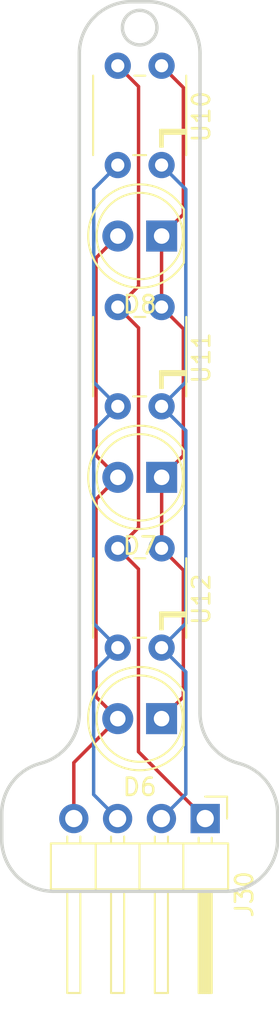
<source format=kicad_pcb>
(kicad_pcb (version 20221018) (generator pcbnew)
  (layers (0 "F.Cu" signal) (31 "B.Cu" signal) (34 "B.Paste" user) (35 "F.Paste" user) (36 "B.SilkS" user "B.Silkscreen") (37 "F.SilkS" user "F.Silkscreen") (38 "B.Mask" user) (39 "F.Mask" user) (44 "Edge.Cuts" user))
  (net 0 "")
  (net 1 "K2(-)")
  (net 2 "LED2")
  (net 3 "+5V")
  (net 4 "GND")
  (net 5 "D6")
  (footprint "LED_THT:LED_D5.0mm_Clear" (layer "F.Cu") (at 153.675 88.265 180)
    (fp_text reference "D8" (at 1.27 -3.96) (layer "F.SilkS"))
    (fp_text value "LED")
    (fp_line (start -1.29 -1.545) (end -1.29 1.545) (stroke (width 0.12)) (layer "F.SilkS"))
    (fp_arc (start -1.29 -1.54483) (mid 2.072002 -2.880433) (end 4.26 0.000462) (stroke (width 0.12)) (layer "F.SilkS"))
    (fp_arc (start 4.26 -0.000462) (mid 2.072002 2.880433) (end -1.29 1.54483) (stroke (width 0.12)) (layer "F.SilkS"))
    (fp_circle (center 1.27 0) (end 3.77 0) (stroke (width 0.12)) (fill none) (layer "F.SilkS"))
    (pad "1" thru_hole rect (at 0 0 180) (size 1.8 1.8) (drill 0.9) (layers "*.Cu" "*.Mask") (net 1 "K2(-)"))
    (pad "2" thru_hole circle (at 2.54 0 180) (size 1.8 1.8) (drill 0.9) (layers "*.Cu" "*.Mask") (net 2 "LED2"))
  )
  (footprint "LED_THT:LED_D5.0mm_Clear" (layer "F.Cu") (at 153.67 116.205 180)
    (fp_text reference "D6" (at 1.27 -3.96) (layer "F.SilkS"))
    (fp_text value "LED")
    (fp_line (start -1.29 -1.545) (end -1.29 1.545) (stroke (width 0.12)) (layer "F.SilkS"))
    (fp_arc (start -1.29 -1.54483) (mid 2.072002 -2.880433) (end 4.26 0.000462) (stroke (width 0.12)) (layer "F.SilkS"))
    (fp_arc (start 4.26 -0.000462) (mid 2.072002 2.880433) (end -1.29 1.54483) (stroke (width 0.12)) (layer "F.SilkS"))
    (fp_circle (center 1.27 0) (end 3.77 0) (stroke (width 0.12)) (fill none) (layer "F.SilkS"))
    (pad "1" thru_hole rect (at 0 0 180) (size 1.8 1.8) (drill 0.9) (layers "*.Cu" "*.Mask") (net 1 "K2(-)"))
    (pad "2" thru_hole circle (at 2.54 0 180) (size 1.8 1.8) (drill 0.9) (layers "*.Cu" "*.Mask") (net 2 "LED2"))
  )
  (footprint "LED_THT:LED_D5.0mm_Clear" (layer "F.Cu") (at 153.675 102.235 180)
    (fp_text reference "D7" (at 1.27 -3.96) (layer "F.SilkS"))
    (fp_text value "LED")
    (fp_line (start -1.29 -1.545) (end -1.29 1.545) (stroke (width 0.12)) (layer "F.SilkS"))
    (fp_arc (start -1.29 -1.54483) (mid 2.072002 -2.880433) (end 4.26 0.000462) (stroke (width 0.12)) (layer "F.SilkS"))
    (fp_arc (start 4.26 -0.000462) (mid 2.072002 2.880433) (end -1.29 1.54483) (stroke (width 0.12)) (layer "F.SilkS"))
    (fp_circle (center 1.27 0) (end 3.77 0) (stroke (width 0.12)) (fill none) (layer "F.SilkS"))
    (pad "1" thru_hole rect (at 0 0 180) (size 1.8 1.8) (drill 0.9) (layers "*.Cu" "*.Mask") (net 1 "K2(-)"))
    (pad "2" thru_hole circle (at 2.54 0 180) (size 1.8 1.8) (drill 0.9) (layers "*.Cu" "*.Mask") (net 2 "LED2"))
  )
  (footprint "_Others:S4282-51" (layer "F.Cu") (at 152.4 109.22 -90)
    (fp_text reference "U12" (at 0.075 -3.575 90) (layer "F.SilkS"))
    (fp_text value "Line_sennsor")
    (fp_line (start -2.3 -0.325) (end -2.3 0.3) (stroke (width 0.12)) (layer "F.SilkS"))
    (fp_line (start -2.3 2.7) (end 2.3 2.7) (stroke (width 0.12)) (layer "F.SilkS"))
    (fp_line (start 0 -2.7) (end -2.3 -2.7) (stroke (width 0.12)) (layer "F.SilkS"))
    (fp_line (start 2.3 -2.7) (end 0 -2.7) (stroke (width 0.12)) (layer "F.SilkS"))
    (fp_line (start 2.3 -0.375) (end 2.3 0.375) (stroke (width 0.12)) (layer "F.SilkS"))
    (fp_poly (pts (xy 1.075 -1.175) (xy 0.825 -1.175) (xy 0.825 -2.7) (xy 1.075 -2.7)) (stroke (width 0.1)) (fill solid) (layer "F.SilkS"))
    (fp_poly (pts (xy 1.825 -1.175) (xy 0.825 -1.175) (xy 0.825 -1.35) (xy 1.825 -1.35)) (stroke (width 0.1)) (fill solid) (layer "F.SilkS"))
    (pad "1" thru_hole circle (at -2.875 -1.27 270) (size 1.524 1.524) (drill 0.762) (layers "*.Cu" "*.Mask") (net 1 "K2(-)"))
    (pad "2" thru_hole circle (at -2.875 1.27 270) (size 1.524 1.524) (drill 0.762) (layers "*.Cu" "*.Mask") (net 3 "+5V"))
    (pad "3" thru_hole circle (at 2.875 1.27 270) (size 1.524 1.524) (drill 0.762) (layers "*.Cu" "*.Mask") (net 5 "D6"))
    (pad "4" thru_hole circle (at 2.875 -1.27 270) (size 1.524 1.524) (drill 0.762) (layers "*.Cu" "*.Mask") (net 4 "GND"))
  )
  (footprint "_Others:S4282-51" (layer "F.Cu") (at 152.4 95.25 -90)
    (fp_text reference "U11" (at 0.075 -3.575 90) (layer "F.SilkS"))
    (fp_text value "Line_sennsor")
    (fp_line (start -2.3 -0.325) (end -2.3 0.3) (stroke (width 0.12)) (layer "F.SilkS"))
    (fp_line (start -2.3 2.7) (end 2.3 2.7) (stroke (width 0.12)) (layer "F.SilkS"))
    (fp_line (start 0 -2.7) (end -2.3 -2.7) (stroke (width 0.12)) (layer "F.SilkS"))
    (fp_line (start 2.3 -2.7) (end 0 -2.7) (stroke (width 0.12)) (layer "F.SilkS"))
    (fp_line (start 2.3 -0.375) (end 2.3 0.375) (stroke (width 0.12)) (layer "F.SilkS"))
    (fp_poly (pts (xy 1.075 -1.175) (xy 0.825 -1.175) (xy 0.825 -2.7) (xy 1.075 -2.7)) (stroke (width 0.1)) (fill solid) (layer "F.SilkS"))
    (fp_poly (pts (xy 1.825 -1.175) (xy 0.825 -1.175) (xy 0.825 -1.35) (xy 1.825 -1.35)) (stroke (width 0.1)) (fill solid) (layer "F.SilkS"))
    (pad "1" thru_hole circle (at -2.875 -1.27 270) (size 1.524 1.524) (drill 0.762) (layers "*.Cu" "*.Mask") (net 1 "K2(-)"))
    (pad "2" thru_hole circle (at -2.875 1.27 270) (size 1.524 1.524) (drill 0.762) (layers "*.Cu" "*.Mask") (net 3 "+5V"))
    (pad "3" thru_hole circle (at 2.875 1.27 270) (size 1.524 1.524) (drill 0.762) (layers "*.Cu" "*.Mask") (net 5 "D6"))
    (pad "4" thru_hole circle (at 2.875 -1.27 270) (size 1.524 1.524) (drill 0.762) (layers "*.Cu" "*.Mask") (net 4 "GND"))
  )
  (footprint "_Others:S4282-51" (layer "F.Cu") (at 152.4 81.28 -90)
    (fp_text reference "U10" (at 0.075 -3.575 90) (layer "F.SilkS"))
    (fp_text value "Line_sennsor")
    (fp_line (start -2.3 -0.325) (end -2.3 0.3) (stroke (width 0.12)) (layer "F.SilkS"))
    (fp_line (start -2.3 2.7) (end 2.3 2.7) (stroke (width 0.12)) (layer "F.SilkS"))
    (fp_line (start 0 -2.7) (end -2.3 -2.7) (stroke (width 0.12)) (layer "F.SilkS"))
    (fp_line (start 2.3 -2.7) (end 0 -2.7) (stroke (width 0.12)) (layer "F.SilkS"))
    (fp_line (start 2.3 -0.375) (end 2.3 0.375) (stroke (width 0.12)) (layer "F.SilkS"))
    (fp_poly (pts (xy 1.075 -1.175) (xy 0.825 -1.175) (xy 0.825 -2.7) (xy 1.075 -2.7)) (stroke (width 0.1)) (fill solid) (layer "F.SilkS"))
    (fp_poly (pts (xy 1.825 -1.175) (xy 0.825 -1.175) (xy 0.825 -1.35) (xy 1.825 -1.35)) (stroke (width 0.1)) (fill solid) (layer "F.SilkS"))
    (pad "1" thru_hole circle (at -2.875 -1.27 270) (size 1.524 1.524) (drill 0.762) (layers "*.Cu" "*.Mask") (net 1 "K2(-)"))
    (pad "2" thru_hole circle (at -2.875 1.27 270) (size 1.524 1.524) (drill 0.762) (layers "*.Cu" "*.Mask") (net 3 "+5V"))
    (pad "3" thru_hole circle (at 2.875 1.27 270) (size 1.524 1.524) (drill 0.762) (layers "*.Cu" "*.Mask") (net 5 "D6"))
    (pad "4" thru_hole circle (at 2.875 -1.27 270) (size 1.524 1.524) (drill 0.762) (layers "*.Cu" "*.Mask") (net 4 "GND"))
  )
  (footprint "Connector_PinHeader_2.54mm:PinHeader_1x04_P2.54mm_Horizontal" (layer "F.Cu") (at 156.2 121.99 -90)
    (fp_text reference "J30" (at 4.385 -2.27 90) (layer "F.SilkS"))
    (fp_text value "Conn_01x04_Socket")
    (fp_line (start -1.27 -1.27) (end 0 -1.27) (stroke (width 0.12)) (layer "F.SilkS"))
    (fp_line (start -1.27 0) (end -1.27 -1.27) (stroke (width 0.12)) (layer "F.SilkS"))
    (fp_line (start 1.042929 2.16) (end 1.44 2.16) (stroke (width 0.12)) (layer "F.SilkS"))
    (fp_line (start 1.042929 2.92) (end 1.44 2.92) (stroke (width 0.12)) (layer "F.SilkS"))
    (fp_line (start 1.042929 4.7) (end 1.44 4.7) (stroke (width 0.12)) (layer "F.SilkS"))
    (fp_line (start 1.042929 5.46) (end 1.44 5.46) (stroke (width 0.12)) (layer "F.SilkS"))
    (fp_line (start 1.042929 7.24) (end 1.44 7.24) (stroke (width 0.12)) (layer "F.SilkS"))
    (fp_line (start 1.042929 8) (end 1.44 8) (stroke (width 0.12)) (layer "F.SilkS"))
    (fp_line (start 1.11 -0.38) (end 1.44 -0.38) (stroke (width 0.12)) (layer "F.SilkS"))
    (fp_line (start 1.11 0.38) (end 1.44 0.38) (stroke (width 0.12)) (layer "F.SilkS"))
    (fp_line (start 1.44 -1.33) (end 1.44 8.95) (stroke (width 0.12)) (layer "F.SilkS"))
    (fp_line (start 1.44 1.27) (end 4.1 1.27) (stroke (width 0.12)) (layer "F.SilkS"))
    (fp_line (start 1.44 3.81) (end 4.1 3.81) (stroke (width 0.12)) (layer "F.SilkS"))
    (fp_line (start 1.44 6.35) (end 4.1 6.35) (stroke (width 0.12)) (layer "F.SilkS"))
    (fp_line (start 1.44 8.95) (end 4.1 8.95) (stroke (width 0.12)) (layer "F.SilkS"))
    (fp_line (start 4.1 -1.33) (end 1.44 -1.33) (stroke (width 0.12)) (layer "F.SilkS"))
    (fp_line (start 4.1 -0.38) (end 10.1 -0.38) (stroke (width 0.12)) (layer "F.SilkS"))
    (fp_line (start 4.1 -0.32) (end 10.1 -0.32) (stroke (width 0.12)) (layer "F.SilkS"))
    (fp_line (start 4.1 -0.2) (end 10.1 -0.2) (stroke (width 0.12)) (layer "F.SilkS"))
    (fp_line (start 4.1 -0.08) (end 10.1 -0.08) (stroke (width 0.12)) (layer "F.SilkS"))
    (fp_line (start 4.1 0.04) (end 10.1 0.04) (stroke (width 0.12)) (layer "F.SilkS"))
    (fp_line (start 4.1 0.16) (end 10.1 0.16) (stroke (width 0.12)) (layer "F.SilkS"))
    (fp_line (start 4.1 0.28) (end 10.1 0.28) (stroke (width 0.12)) (layer "F.SilkS"))
    (fp_line (start 4.1 2.16) (end 10.1 2.16) (stroke (width 0.12)) (layer "F.SilkS"))
    (fp_line (start 4.1 4.7) (end 10.1 4.7) (stroke (width 0.12)) (layer "F.SilkS"))
    (fp_line (start 4.1 7.24) (end 10.1 7.24) (stroke (width 0.12)) (layer "F.SilkS"))
    (fp_line (start 4.1 8.95) (end 4.1 -1.33) (stroke (width 0.12)) (layer "F.SilkS"))
    (fp_line (start 10.1 -0.38) (end 10.1 0.38) (stroke (width 0.12)) (layer "F.SilkS"))
    (fp_line (start 10.1 0.38) (end 4.1 0.38) (stroke (width 0.12)) (layer "F.SilkS"))
    (fp_line (start 10.1 2.16) (end 10.1 2.92) (stroke (width 0.12)) (layer "F.SilkS"))
    (fp_line (start 10.1 2.92) (end 4.1 2.92) (stroke (width 0.12)) (layer "F.SilkS"))
    (fp_line (start 10.1 4.7) (end 10.1 5.46) (stroke (width 0.12)) (layer "F.SilkS"))
    (fp_line (start 10.1 5.46) (end 4.1 5.46) (stroke (width 0.12)) (layer "F.SilkS"))
    (fp_line (start 10.1 7.24) (end 10.1 8) (stroke (width 0.12)) (layer "F.SilkS"))
    (fp_line (start 10.1 8) (end 4.1 8) (stroke (width 0.12)) (layer "F.SilkS"))
    (pad "1" thru_hole rect (at 0 0 270) (size 1.7 1.7) (drill 1) (layers "*.Cu" "*.Mask") (net 3 "+5V"))
    (pad "2" thru_hole oval (at 0 2.54 270) (size 1.7 1.7) (drill 1) (layers "*.Cu" "*.Mask") (net 4 "GND"))
    (pad "3" thru_hole oval (at 0 5.08 270) (size 1.7 1.7) (drill 1) (layers "*.Cu" "*.Mask") (net 5 "D6"))
    (pad "4" thru_hole oval (at 0 7.62 270) (size 1.7 1.7) (drill 1) (layers "*.Cu" "*.Mask") (net 2 "LED2"))
  )
  (gr_line (start 148.9 77.7) (end 148.9 115.890525) (stroke (width 0.2)) (layer "Edge.Cuts"))
  (gr_arc (start 147.4 126.200001) (mid 145.278679 125.321321) (end 144.4 123.200001) (stroke (width 0.2)) (layer "Edge.Cuts"))
  (gr_circle (center 152.4 76.2) (end 151.4 76.2) (stroke (width 0.2)) (fill none) (layer "Edge.Cuts"))
  (gr_line (start 155.9 115.890525) (end 155.9 77.7) (stroke (width 0.2)) (layer "Edge.Cuts"))
  (gr_arc (start 158.15 118.795263) (mid 156.528282 117.727645) (end 155.9 115.890525) (stroke (width 0.2)) (layer "Edge.Cuts"))
  (gr_arc (start 152.9 74.7) (mid 155.02132 75.57868) (end 155.9 77.7) (stroke (width 0.2)) (layer "Edge.Cuts"))
  (gr_arc (start 158.15 118.795263) (mid 159.771708 119.862883) (end 160.4 121.7) (stroke (width 0.2)) (layer "Edge.Cuts"))
  (gr_line (start 147.4 126.200001) (end 157.4 126.200001) (stroke (width 0.2)) (layer "Edge.Cuts"))
  (gr_arc (start 148.9 77.7) (mid 149.77868 75.57868) (end 151.9 74.7) (stroke (width 0.2)) (layer "Edge.Cuts"))
  (gr_line (start 152.9 74.7) (end 151.9 74.7) (stroke (width 0.2)) (layer "Edge.Cuts"))
  (gr_arc (start 148.9 115.890525) (mid 148.271699 117.72763) (end 146.65 118.795263) (stroke (width 0.2)) (layer "Edge.Cuts"))
  (gr_arc (start 160.4 123.200001) (mid 159.52132 125.321321) (end 157.4 126.200001) (stroke (width 0.2)) (layer "Edge.Cuts"))
  (gr_line (start 160.4 123.200001) (end 160.4 121.7) (stroke (width 0.2)) (layer "Edge.Cuts"))
  (gr_arc (start 144.4 121.7) (mid 145.028292 119.862883) (end 146.65 118.795263) (stroke (width 0.2)) (layer "Edge.Cuts"))
  (gr_line (start 144.4 121.7) (end 144.4 123.200001) (stroke (width 0.2)) (layer "Edge.Cuts"))
  (segment (start 153.675 88.265) (end 154.932 87.008) (width 0.2) (layer "F.Cu") (net 1))
  (segment (start 154.932 107.607) (end 153.67 106.345) (width 0.2) (layer "F.Cu") (net 1))
  (segment (start 153.67 92.375) (end 153.67 88.27) (width 0.2) (layer "F.Cu") (net 1))
  (segment (start 153.67 88.27) (end 153.675 88.265) (width 0.2) (layer "F.Cu") (net 1))
  (segment (start 153.675 102.235) (end 154.932 100.978) (width 0.2) (layer "F.Cu") (net 1))
  (segment (start 154.932 79.667) (end 153.67 78.405) (width 0.2) (layer "F.Cu") (net 1))
  (segment (start 153.67 116.205) (end 154.932 114.943) (width 0.2) (layer "F.Cu") (net 1))
  (segment (start 154.932 93.637) (end 153.67 92.375) (width 0.2) (layer "F.Cu") (net 1))
  (segment (start 154.932 87.008) (end 154.932 79.667) (width 0.2) (layer "F.Cu") (net 1))
  (segment (start 153.675 106.34) (end 153.67 106.345) (width 0.2) (layer "F.Cu") (net 1))
  (segment (start 154.932 100.978) (end 154.932 93.637) (width 0.2) (layer "F.Cu") (net 1))
  (segment (start 154.932 114.943) (end 154.932 107.607) (width 0.2) (layer "F.Cu") (net 1))
  (segment (start 153.675 102.235) (end 153.675 106.34) (width 0.2) (layer "F.Cu") (net 1))
  (segment (start 148.58 118.755) (end 151.13 116.205) (width 0.2) (layer "F.Cu") (net 2))
  (segment (start 151.135 102.235) (end 149.868 100.968) (width 0.2) (layer "F.Cu") (net 2))
  (segment (start 149.868 100.968) (end 149.868 89.532) (width 0.2) (layer "F.Cu") (net 2))
  (segment (start 149.868 89.532) (end 151.135 88.265) (width 0.2) (layer "F.Cu") (net 2))
  (segment (start 149.868 103.502) (end 151.135 102.235) (width 0.2) (layer "F.Cu") (net 2))
  (segment (start 151.13 116.205) (end 149.868 114.943) (width 0.2) (layer "F.Cu") (net 2))
  (segment (start 148.58 121.99) (end 148.58 118.755) (width 0.2) (layer "F.Cu") (net 2))
  (segment (start 149.868 114.943) (end 149.868 103.502) (width 0.2) (layer "F.Cu") (net 2))
  (segment (start 152.335 93.58) (end 151.13 92.375) (width 0.2) (layer "F.Cu") (net 3))
  (segment (start 151.13 92.375) (end 152.335 91.17) (width 0.2) (layer "F.Cu") (net 3))
  (segment (start 152.33 107.545) (end 151.13 106.345) (width 0.2) (layer "F.Cu") (net 3))
  (segment (start 152.335 79.61) (end 151.13 78.405) (width 0.2) (layer "F.Cu") (net 3))
  (segment (start 152.33 118.12) (end 152.33 107.545) (width 0.2) (layer "F.Cu") (net 3))
  (segment (start 152.335 105.14) (end 152.335 93.58) (width 0.2) (layer "F.Cu") (net 3))
  (segment (start 156.2 121.99) (end 152.33 118.12) (width 0.2) (layer "F.Cu") (net 3))
  (segment (start 151.13 106.345) (end 152.335 105.14) (width 0.2) (layer "F.Cu") (net 3))
  (segment (start 152.335 91.17) (end 152.335 79.61) (width 0.2) (layer "F.Cu") (net 3))
  (segment (start 155.075 85.56) (end 153.67 84.155) (width 0.2) (layer "B.Cu") (net 4))
  (segment (start 153.66 121.99) (end 155.075 120.575) (width 0.2) (layer "B.Cu") (net 4))
  (segment (start 155.075 99.53) (end 153.67 98.125) (width 0.2) (layer "B.Cu") (net 4))
  (segment (start 155.075 120.575) (end 155.075 113.5) (width 0.2) (layer "B.Cu") (net 4))
  (segment (start 155.075 110.69) (end 155.075 99.53) (width 0.2) (layer "B.Cu") (net 4))
  (segment (start 153.67 112.095) (end 155.075 110.69) (width 0.2) (layer "B.Cu") (net 4))
  (segment (start 155.075 96.72) (end 155.075 85.56) (width 0.2) (layer "B.Cu") (net 4))
  (segment (start 155.075 113.5) (end 153.67 112.095) (width 0.2) (layer "B.Cu") (net 4))
  (segment (start 153.67 98.125) (end 155.075 96.72) (width 0.2) (layer "B.Cu") (net 4))
  (segment (start 149.73 113.495) (end 151.13 112.095) (width 0.2) (layer "B.Cu") (net 5))
  (segment (start 149.735 110.7) (end 149.735 99.52) (width 0.2) (layer "B.Cu") (net 5))
  (segment (start 151.12 121.99) (end 149.73 120.6) (width 0.2) (layer "B.Cu") (net 5))
  (segment (start 149.735 85.55) (end 151.13 84.155) (width 0.2) (layer "B.Cu") (net 5))
  (segment (start 151.13 112.095) (end 149.735 110.7) (width 0.2) (layer "B.Cu") (net 5))
  (segment (start 149.73 120.6) (end 149.73 113.495) (width 0.2) (layer "B.Cu") (net 5))
  (segment (start 149.735 99.52) (end 151.13 98.125) (width 0.2) (layer "B.Cu") (net 5))
  (segment (start 151.13 98.125) (end 149.735 96.73) (width 0.2) (layer "B.Cu") (net 5))
  (segment (start 149.735 96.73) (end 149.735 85.55) (width 0.2) (layer "B.Cu") (net 5))
)
</source>
